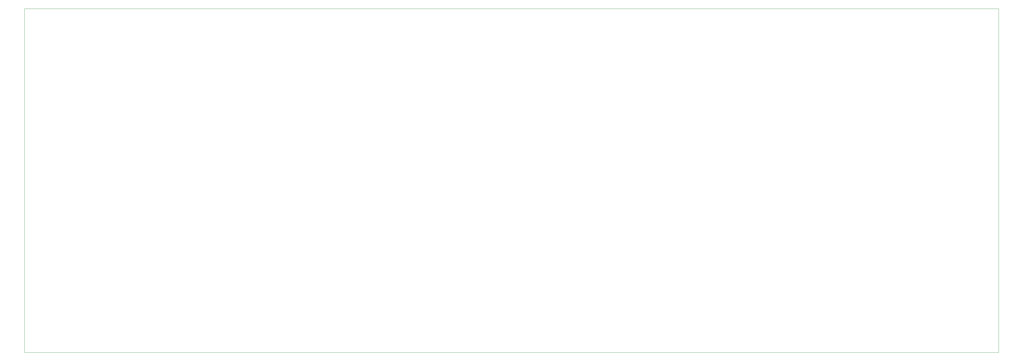
<source format=gbr>
%TF.GenerationSoftware,KiCad,Pcbnew,7.0.10*%
%TF.CreationDate,2024-01-16T21:17:59-03:00*%
%TF.ProjectId,PCB,5043422e-6b69-4636-9164-5f7063625858,rev?*%
%TF.SameCoordinates,Original*%
%TF.FileFunction,Profile,NP*%
%FSLAX46Y46*%
G04 Gerber Fmt 4.6, Leading zero omitted, Abs format (unit mm)*
G04 Created by KiCad (PCBNEW 7.0.10) date 2024-01-16 21:17:59*
%MOMM*%
%LPD*%
G01*
G04 APERTURE LIST*
%TA.AperFunction,Profile*%
%ADD10C,0.100000*%
%TD*%
G04 APERTURE END LIST*
D10*
X31646155Y-41737287D02*
X355700772Y-41737287D01*
X355700772Y-156240638D01*
X31646155Y-156240638D01*
X31646155Y-41737287D01*
M02*

</source>
